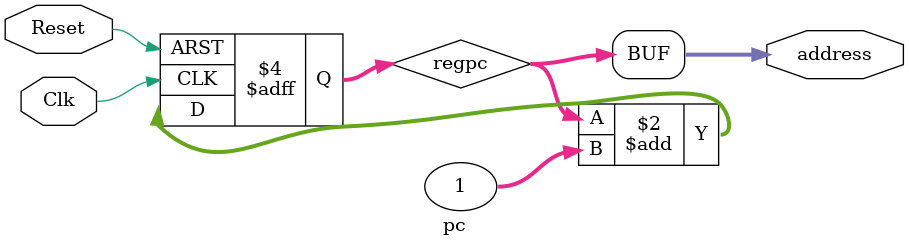
<source format=v>
module pc(
	input Clk, Reset, 
	output [31:0] address
);
	reg [31:0]regpc = 32'h0500;
	always@(posedge Clk or posedge Reset) begin 
		if(Reset)
			regpc <= 32'h0500;
		else
			regpc <= regpc + 32'h0001;
	end

	assign address = regpc;
endmodule 
</source>
